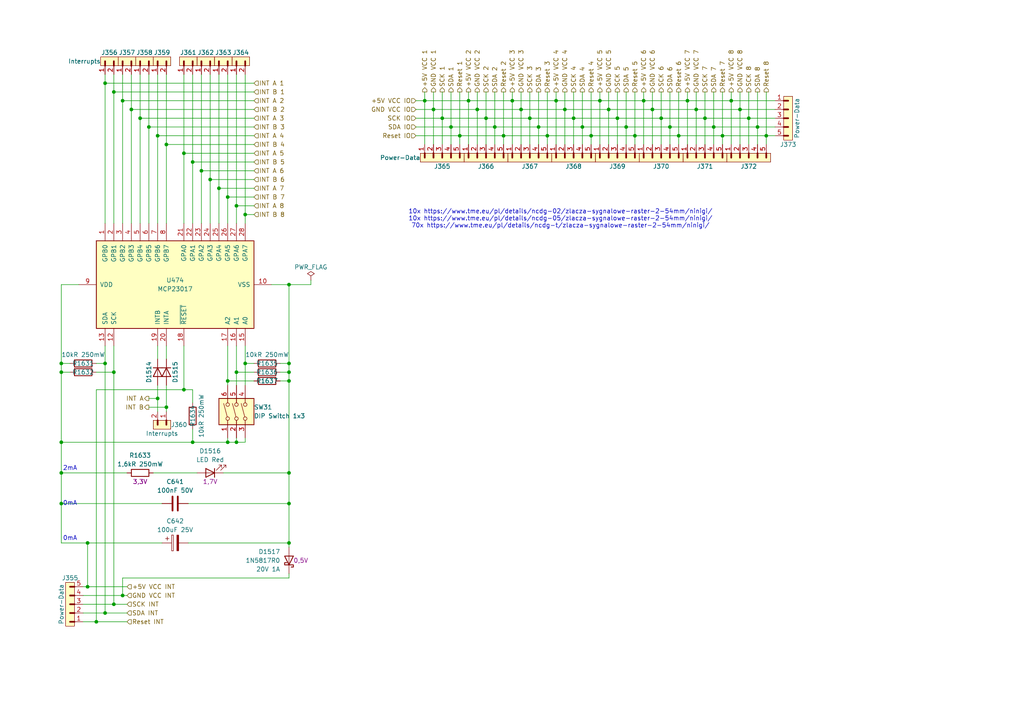
<source format=kicad_sch>
(kicad_sch (version 20231120) (generator "eeschema") (generator_version "8.0")
  (paper "A4")
  (lib_symbols
    (symbol "Device:C" (pin_numbers hide) (pin_names (offset 0.254))
      (property "Reference" "C" (at 0.635 2.54 0))
      (property "Value" "C" (at 0.635 -2.54 0))
      (symbol "C_1_1"
        (pin passive line (at 0 3.81 270) (length 2.794) (name "~") (number "1"))
        (pin passive line (at 0 -3.81 90) (length 2.794) (name "~") (number "2"))
      )
    )
    (symbol "Device:C_Polarized" (pin_numbers hide) (pin_names (offset 0.254))
      (property "Reference" "C" (at 0.635 2.54 0))
      (property "Value" "C_Polarized" (at 0.635 -2.54 0))
      (symbol "C_Polarized_1_1"
        (pin passive line (at 0 3.81 270) (length 2.794) (name "~") (number "1"))
        (pin passive line (at 0 -3.81 90) (length 2.794) (name "~") (number "2"))
      )
    )
    (symbol "Device:LED" (pin_numbers hide) (pin_names (offset 1.016) hide)
      (property "Reference" "D" (at 0 2.54 0))
      (property "Value" "LED" (at 0 -2.54 0))
      (symbol "LED_1_1"
        (pin passive line (at -3.81 0 0) (length 2.54) (name "K") (number "1"))
        (pin passive line (at 3.81 0 180) (length 2.54) (name "A") (number "2"))
      )
    )
    (symbol "Device:R" (pin_numbers hide) (pin_names (offset 0))
      (property "Reference" "R" (at 2.032 0 90))
      (property "Value" "R" (at 0 0 90))
      (symbol "R_1_1"
        (pin passive line (at 0 3.81 270) (length 1.27) (name "~") (number "1"))
        (pin passive line (at 0 -3.81 90) (length 1.27) (name "~") (number "2"))
      )
    )
    (symbol "Diode:1N4001" (pin_numbers hide) (pin_names hide)
      (property "Reference" "D" (at 0 2.54 0))
      (property "Value" "1N4001" (at 0 -2.54 0))
      (symbol "1N4001_1_1"
        (pin passive line (at -3.81 0 0) (length 2.54) (name "K") (number "1"))
        (pin passive line (at 3.81 0 180) (length 2.54) (name "A") (number "2"))
      )
    )
    (symbol "Diode:1N5817" (pin_numbers hide) (pin_names (offset 1.016) hide)
      (property "Reference" "D" (at 0 2.54 0))
      (property "Value" "1N5817" (at 0 -2.54 0))
      (symbol "1N5817_1_1"
        (pin passive line (at -3.81 0 0) (length 2.54) (name "K") (number "1"))
        (pin passive line (at 3.81 0 180) (length 2.54) (name "A") (number "2"))
      )
    )
    (symbol "Interface_Expansion:MCP23017_SP" (pin_names (offset 1.016))
      (property "Reference" "U" (at -11.43 24.13 0))
      (property "Value" "MCP23017_SP" (at 0 0 0))
      (symbol "MCP23017_SP_1_1"
        (pin bidirectional line (at 17.78 20.32 180) (length 5.08) (name "GPB0") (number "1"))
        (pin power_in line (at 0 -27.94 90) (length 5.08) (name "VSS") (number "10"))
        (pin no_connect line (at -12.7 15.24 0) (length 5.08) hide (name "NC") (number "11"))
        (pin input line (at -17.78 17.78 0) (length 5.08) (name "SCK") (number "12"))
        (pin bidirectional line (at -17.78 20.32 0) (length 5.08) (name "SDA") (number "13"))
        (pin no_connect line (at -12.7 12.7 0) (length 5.08) hide (name "NC") (number "14"))
        (pin input line (at -17.78 -20.32 0) (length 5.08) (name "A0") (number "15"))
        (pin input line (at -17.78 -17.78 0) (length 5.08) (name "A1") (number "16"))
        (pin input line (at -17.78 -15.24 0) (length 5.08) (name "A2") (number "17"))
        (pin input line (at -17.78 -2.54 0) (length 5.08) (name "~{RESET}") (number "18"))
        (pin tri_state line (at -17.78 5.08 0) (length 5.08) (name "INTB") (number "19"))
        (pin bidirectional line (at 17.78 17.78 180) (length 5.08) (name "GPB1") (number "2"))
        (pin tri_state line (at -17.78 2.54 0) (length 5.08) (name "INTA") (number "20"))
        (pin bidirectional line (at 17.78 -2.54 180) (length 5.08) (name "GPA0") (number "21"))
        (pin bidirectional line (at 17.78 -5.08 180) (length 5.08) (name "GPA1") (number "22"))
        (pin bidirectional line (at 17.78 -7.62 180) (length 5.08) (name "GPA2") (number "23"))
        (pin bidirectional line (at 17.78 -10.16 180) (length 5.08) (name "GPA3") (number "24"))
        (pin bidirectional line (at 17.78 -12.7 180) (length 5.08) (name "GPA4") (number "25"))
        (pin bidirectional line (at 17.78 -15.24 180) (length 5.08) (name "GPA5") (number "26"))
        (pin bidirectional line (at 17.78 -17.78 180) (length 5.08) (name "GPA6") (number "27"))
        (pin bidirectional line (at 17.78 -20.32 180) (length 5.08) (name "GPA7") (number "28"))
        (pin bidirectional line (at 17.78 15.24 180) (length 5.08) (name "GPB2") (number "3"))
        (pin bidirectional line (at 17.78 12.7 180) (length 5.08) (name "GPB3") (number "4"))
        (pin bidirectional line (at 17.78 10.16 180) (length 5.08) (name "GPB4") (number "5"))
        (pin bidirectional line (at 17.78 7.62 180) (length 5.08) (name "GPB5") (number "6"))
        (pin bidirectional line (at 17.78 5.08 180) (length 5.08) (name "GPB6") (number "7"))
        (pin bidirectional line (at 17.78 2.54 180) (length 5.08) (name "GPB7") (number "8"))
        (pin power_in line (at 0 27.94 270) (length 5.08) (name "VDD") (number "9"))
      )
    )
    (symbol "PCM_SL_Pin_Headers:PINHD_1x2_Male"
      (property "Reference" "J" (at 0 6.35 0))
      (property "Value" "PINHD_1x2_Male" (at 0 3.81 0))
      (symbol "PINHD_1x2_Male_1_1"
        (pin passive line (at -3.81 1.27 0) (length 2.54) (name "") (number "1"))
        (pin passive line (at -3.81 -1.27 0) (length 2.54) (name "") (number "2"))
      )
    )
    (symbol "PCM_SL_Pin_Headers:PINHD_1x5_Male"
      (property "Reference" "J" (at 0 10.16 0))
      (property "Value" "PINHD_1x5_Male" (at 0 7.62 0))
      (symbol "PINHD_1x5_Male_1_1"
        (pin passive line (at -3.81 5.08 0) (length 2.54) (name "") (number "1"))
        (pin passive line (at -3.81 2.54 0) (length 2.54) (name "") (number "2"))
        (pin passive line (at -3.81 0 0) (length 2.54) (name "") (number "3"))
        (pin passive line (at -3.81 -2.54 0) (length 2.54) (name "") (number "4"))
        (pin passive line (at -3.81 -5.08 0) (length 2.54) (name "") (number "5"))
      )
    )
    (symbol "Switch:SW_DIP_x03" (pin_names (offset 0) hide)
      (property "Reference" "SW" (at 0 6.35 0))
      (property "Value" "SW_DIP_x03" (at 0 -6.35 0))
      (symbol "SW_DIP_x03_1_1"
        (pin passive line (at -7.62 2.54 0) (length 5.08) (name "~") (number "1"))
        (pin passive line (at -7.62 0 0) (length 5.08) (name "~") (number "2"))
        (pin passive line (at -7.62 -2.54 0) (length 5.08) (name "~") (number "3"))
        (pin passive line (at 7.62 -2.54 180) (length 5.08) (name "~") (number "4"))
        (pin passive line (at 7.62 0 180) (length 5.08) (name "~") (number "5"))
        (pin passive line (at 7.62 2.54 180) (length 5.08) (name "~") (number "6"))
      )
    )
    (symbol "power:PWR_FLAG" (power) (pin_numbers hide) (pin_names (offset 0) hide)
      (property "Value" "PWR_FLAG" (at 0 3.81 0))
      (symbol "PWR_FLAG_0_0"
        (pin power_out line (at 0 0 90) (length 0) (name "~") (number "1"))
      )
    )
  )
  (junction (at 133.35 39.37))
  (junction (at 128.27 34.29))
  (junction (at 68.58 128.27))
  (junction (at 148.59 29.21))
  (junction (at 17.78 105.41))
  (junction (at 35.56 172.72))
  (junction (at 17.78 137.16))
  (junction (at 186.69 29.21))
  (junction (at 33.02 107.95))
  (junction (at 83.82 137.16))
  (junction (at 207.01 36.83))
  (junction (at 212.09 29.21))
  (junction (at 71.12 62.23))
  (junction (at 48.26 41.91))
  (junction (at 66.04 110.49))
  (junction (at 45.72 39.37))
  (junction (at 83.82 157.48))
  (junction (at 130.81 36.83))
  (junction (at 217.17 34.29))
  (junction (at 201.93 31.75))
  (junction (at 30.48 177.8))
  (junction (at 163.83 31.75))
  (junction (at 40.64 34.29))
  (junction (at 83.82 110.49))
  (junction (at 58.42 49.53))
  (junction (at 161.29 29.21))
  (junction (at 35.56 29.21))
  (junction (at 53.34 113.03))
  (junction (at 17.78 128.27))
  (junction (at 71.12 105.41))
  (junction (at 45.72 115.57))
  (junction (at 25.4 157.48))
  (junction (at 17.78 146.05))
  (junction (at 68.58 59.69))
  (junction (at 63.5 54.61))
  (junction (at 143.51 36.83))
  (junction (at 66.04 128.27))
  (junction (at 222.25 39.37))
  (junction (at 171.45 39.37))
  (junction (at 199.39 29.21))
  (junction (at 66.04 57.15))
  (junction (at 55.88 128.27))
  (junction (at 204.47 34.29))
  (junction (at 83.82 82.55))
  (junction (at 166.37 34.29))
  (junction (at 38.1 31.75))
  (junction (at 123.19 29.21))
  (junction (at 43.18 36.83))
  (junction (at 156.21 36.83))
  (junction (at 17.78 107.95))
  (junction (at 30.48 24.13))
  (junction (at 181.61 36.83))
  (junction (at 60.96 52.07))
  (junction (at 48.26 118.11))
  (junction (at 158.75 39.37))
  (junction (at 55.88 46.99))
  (junction (at 125.73 31.75))
  (junction (at 135.89 29.21))
  (junction (at 140.97 34.29))
  (junction (at 53.34 44.45))
  (junction (at 173.99 29.21))
  (junction (at 146.05 39.37))
  (junction (at 30.48 105.41))
  (junction (at 179.07 34.29))
  (junction (at 168.91 36.83))
  (junction (at 194.31 36.83))
  (junction (at 83.82 105.41))
  (junction (at 214.63 31.75))
  (junction (at 184.15 39.37))
  (junction (at 83.82 146.05))
  (junction (at 68.58 107.95))
  (junction (at 151.13 31.75))
  (junction (at 209.55 39.37))
  (junction (at 27.94 180.34))
  (junction (at 191.77 34.29))
  (junction (at 189.23 31.75))
  (junction (at 33.02 175.26))
  (junction (at 219.71 36.83))
  (junction (at 196.85 39.37))
  (junction (at 25.4 170.18))
  (junction (at 33.02 26.67))
  (junction (at 153.67 34.29))
  (junction (at 138.43 31.75))
  (junction (at 83.82 107.95))
  (junction (at 176.53 31.75))
  (wire (pts (xy 209.55 39.37) (xy 209.55 41.91)))
  (wire (pts (xy 81.28 105.41) (xy 83.82 105.41)))
  (wire (pts (xy 184.15 26.67) (xy 184.15 39.37)))
  (wire (pts (xy 138.43 31.75) (xy 138.43 41.91)))
  (wire (pts (xy 219.71 26.67) (xy 219.71 36.83)))
  (wire (pts (xy 64.77 137.16) (xy 83.82 137.16)))
  (wire (pts (xy 161.29 26.67) (xy 161.29 29.21)))
  (wire (pts (xy 71.12 127) (xy 71.12 128.27)))
  (wire (pts (xy 204.47 34.29) (xy 217.17 34.29)))
  (wire (pts (xy 27.94 113.03) (xy 53.34 113.03)))
  (wire (pts (xy 148.59 29.21) (xy 161.29 29.21)))
  (wire (pts (xy 179.07 26.67) (xy 179.07 34.29)))
  (wire (pts (xy 204.47 26.67) (xy 204.47 34.29)))
  (wire (pts (xy 71.12 62.23) (xy 71.12 64.77)))
  (wire (pts (xy 156.21 26.67) (xy 156.21 36.83)))
  (wire (pts (xy 68.58 107.95) (xy 68.58 111.76)))
  (wire (pts (xy 217.17 26.67) (xy 217.17 34.29)))
  (wire (pts (xy 33.02 21.59) (xy 33.02 26.67)))
  (wire (pts (xy 66.04 128.27) (xy 68.58 128.27)))
  (wire (pts (xy 71.12 100.33) (xy 71.12 105.41)))
  (wire (pts (xy 143.51 36.83) (xy 156.21 36.83)))
  (wire (pts (xy 83.82 110.49) (xy 83.82 107.95)))
  (wire (pts (xy 189.23 31.75) (xy 189.23 41.91)))
  (wire (pts (xy 24.13 170.18) (xy 25.4 170.18)))
  (wire (pts (xy 60.96 21.59) (xy 60.96 52.07)))
  (wire (pts (xy 199.39 29.21) (xy 212.09 29.21)))
  (wire (pts (xy 163.83 31.75) (xy 163.83 41.91)))
  (wire (pts (xy 171.45 26.67) (xy 171.45 39.37)))
  (wire (pts (xy 73.66 49.53) (xy 58.42 49.53)))
  (wire (pts (xy 143.51 36.83) (xy 143.51 41.91)))
  (wire (pts (xy 71.12 62.23) (xy 73.66 62.23)))
  (wire (pts (xy 35.56 167.64) (xy 83.82 167.64)))
  (wire (pts (xy 176.53 31.75) (xy 189.23 31.75)))
  (wire (pts (xy 153.67 34.29) (xy 166.37 34.29)))
  (wire (pts (xy 17.78 137.16) (xy 36.83 137.16)))
  (wire (pts (xy 166.37 34.29) (xy 166.37 41.91)))
  (wire (pts (xy 207.01 36.83) (xy 219.71 36.83)))
  (wire (pts (xy 199.39 29.21) (xy 199.39 41.91)))
  (wire (pts (xy 43.18 36.83) (xy 73.66 36.83)))
  (wire (pts (xy 17.78 107.95) (xy 17.78 128.27)))
  (wire (pts (xy 17.78 82.55) (xy 17.78 105.41)))
  (wire (pts (xy 133.35 39.37) (xy 133.35 41.91)))
  (wire (pts (xy 156.21 36.83) (xy 168.91 36.83)))
  (wire (pts (xy 35.56 21.59) (xy 35.56 29.21)))
  (wire (pts (xy 153.67 34.29) (xy 153.67 41.91)))
  (wire (pts (xy 35.56 29.21) (xy 35.56 64.77)))
  (wire (pts (xy 48.26 118.11) (xy 48.26 119.38)))
  (wire (pts (xy 25.4 157.48) (xy 25.4 170.18)))
  (wire (pts (xy 168.91 36.83) (xy 181.61 36.83)))
  (wire (pts (xy 17.78 105.41) (xy 20.32 105.41)))
  (wire (pts (xy 125.73 31.75) (xy 138.43 31.75)))
  (wire (pts (xy 130.81 36.83) (xy 143.51 36.83)))
  (wire (pts (xy 184.15 39.37) (xy 184.15 41.91)))
  (wire (pts (xy 128.27 34.29) (xy 140.97 34.29)))
  (wire (pts (xy 83.82 82.55) (xy 78.74 82.55)))
  (wire (pts (xy 68.58 128.27) (xy 68.58 127)))
  (wire (pts (xy 81.28 110.49) (xy 83.82 110.49)))
  (wire (pts (xy 130.81 26.67) (xy 130.81 36.83)))
  (wire (pts (xy 146.05 26.67) (xy 146.05 39.37)))
  (wire (pts (xy 55.88 113.03) (xy 55.88 116.84)))
  (wire (pts (xy 201.93 31.75) (xy 214.63 31.75)))
  (wire (pts (xy 222.25 39.37) (xy 222.25 41.91)))
  (wire (pts (xy 30.48 105.41) (xy 30.48 177.8)))
  (wire (pts (xy 24.13 177.8) (xy 30.48 177.8)))
  (wire (pts (xy 168.91 36.83) (xy 168.91 41.91)))
  (wire (pts (xy 40.64 34.29) (xy 40.64 64.77)))
  (wire (pts (xy 199.39 26.67) (xy 199.39 29.21)))
  (wire (pts (xy 151.13 31.75) (xy 163.83 31.75)))
  (wire (pts (xy 17.78 82.55) (xy 22.86 82.55)))
  (wire (pts (xy 120.65 39.37) (xy 133.35 39.37)))
  (wire (pts (xy 30.48 24.13) (xy 30.48 64.77)))
  (wire (pts (xy 217.17 34.29) (xy 224.79 34.29)))
  (wire (pts (xy 189.23 26.67) (xy 189.23 31.75)))
  (wire (pts (xy 120.65 29.21) (xy 123.19 29.21)))
  (wire (pts (xy 48.26 41.91) (xy 73.66 41.91)))
  (wire (pts (xy 173.99 26.67) (xy 173.99 29.21)))
  (wire (pts (xy 33.02 107.95) (xy 33.02 100.33)))
  (wire (pts (xy 207.01 26.67) (xy 207.01 36.83)))
  (wire (pts (xy 222.25 26.67) (xy 222.25 39.37)))
  (wire (pts (xy 33.02 175.26) (xy 36.83 175.26)))
  (wire (pts (xy 17.78 146.05) (xy 46.99 146.05)))
  (wire (pts (xy 128.27 34.29) (xy 128.27 41.91)))
  (wire (pts (xy 173.99 29.21) (xy 173.99 41.91)))
  (wire (pts (xy 171.45 39.37) (xy 184.15 39.37)))
  (wire (pts (xy 83.82 110.49) (xy 83.82 137.16)))
  (wire (pts (xy 66.04 57.15) (xy 66.04 64.77)))
  (wire (pts (xy 43.18 21.59) (xy 43.18 36.83)))
  (wire (pts (xy 66.04 110.49) (xy 66.04 111.76)))
  (wire (pts (xy 48.26 41.91) (xy 48.26 64.77)))
  (wire (pts (xy 194.31 36.83) (xy 194.31 41.91)))
  (wire (pts (xy 133.35 39.37) (xy 146.05 39.37)))
  (wire (pts (xy 55.88 46.99) (xy 73.66 46.99)))
  (wire (pts (xy 125.73 31.75) (xy 125.73 41.91)))
  (wire (pts (xy 33.02 107.95) (xy 33.02 175.26)))
  (wire (pts (xy 68.58 128.27) (xy 71.12 128.27)))
  (wire (pts (xy 123.19 29.21) (xy 123.19 41.91)))
  (wire (pts (xy 81.28 107.95) (xy 83.82 107.95)))
  (wire (pts (xy 186.69 29.21) (xy 186.69 41.91)))
  (wire (pts (xy 48.26 21.59) (xy 48.26 41.91)))
  (wire (pts (xy 181.61 26.67) (xy 181.61 36.83)))
  (wire (pts (xy 24.13 175.26) (xy 33.02 175.26)))
  (wire (pts (xy 68.58 59.69) (xy 68.58 64.77)))
  (wire (pts (xy 196.85 39.37) (xy 196.85 41.91)))
  (wire (pts (xy 186.69 29.21) (xy 199.39 29.21)))
  (wire (pts (xy 219.71 36.83) (xy 219.71 41.91)))
  (wire (pts (xy 71.12 105.41) (xy 71.12 111.76)))
  (wire (pts (xy 55.88 124.46) (xy 55.88 128.27)))
  (wire (pts (xy 43.18 36.83) (xy 43.18 64.77)))
  (wire (pts (xy 17.78 146.05) (xy 17.78 157.48)))
  (wire (pts (xy 66.04 21.59) (xy 66.04 57.15)))
  (wire (pts (xy 24.13 180.34) (xy 27.94 180.34)))
  (wire (pts (xy 140.97 34.29) (xy 140.97 41.91)))
  (wire (pts (xy 207.01 36.83) (xy 207.01 41.91)))
  (wire (pts (xy 158.75 39.37) (xy 158.75 41.91)))
  (wire (pts (xy 212.09 29.21) (xy 212.09 41.91)))
  (wire (pts (xy 17.78 146.05) (xy 17.78 137.16)))
  (wire (pts (xy 66.04 57.15) (xy 73.66 57.15)))
  (wire (pts (xy 186.69 26.67) (xy 186.69 29.21)))
  (wire (pts (xy 123.19 26.67) (xy 123.19 29.21)))
  (wire (pts (xy 83.82 82.55) (xy 83.82 105.41)))
  (wire (pts (xy 55.88 113.03) (xy 53.34 113.03)))
  (wire (pts (xy 212.09 26.67) (xy 212.09 29.21)))
  (wire (pts (xy 83.82 146.05) (xy 83.82 157.48)))
  (wire (pts (xy 179.07 34.29) (xy 179.07 41.91)))
  (wire (pts (xy 83.82 158.75) (xy 83.82 157.48)))
  (wire (pts (xy 43.18 118.11) (xy 48.26 118.11)))
  (wire (pts (xy 161.29 29.21) (xy 173.99 29.21)))
  (wire (pts (xy 133.35 26.67) (xy 133.35 39.37)))
  (wire (pts (xy 44.45 137.16) (xy 57.15 137.16)))
  (wire (pts (xy 63.5 54.61) (xy 73.66 54.61)))
  (wire (pts (xy 151.13 31.75) (xy 151.13 41.91)))
  (wire (pts (xy 166.37 26.67) (xy 166.37 34.29)))
  (wire (pts (xy 35.56 172.72) (xy 36.83 172.72)))
  (wire (pts (xy 24.13 172.72) (xy 35.56 172.72)))
  (wire (pts (xy 148.59 29.21) (xy 148.59 41.91)))
  (wire (pts (xy 53.34 21.59) (xy 53.34 44.45)))
  (wire (pts (xy 63.5 54.61) (xy 63.5 64.77)))
  (wire (pts (xy 53.34 44.45) (xy 53.34 64.77)))
  (wire (pts (xy 58.42 49.53) (xy 58.42 64.77)))
  (wire (pts (xy 33.02 26.67) (xy 73.66 26.67)))
  (wire (pts (xy 148.59 26.67) (xy 148.59 29.21)))
  (wire (pts (xy 63.5 21.59) (xy 63.5 54.61)))
  (wire (pts (xy 40.64 21.59) (xy 40.64 34.29)))
  (wire (pts (xy 179.07 34.29) (xy 191.77 34.29)))
  (wire (pts (xy 30.48 24.13) (xy 73.66 24.13)))
  (wire (pts (xy 54.61 146.05) (xy 83.82 146.05)))
  (wire (pts (xy 135.89 29.21) (xy 148.59 29.21)))
  (wire (pts (xy 181.61 36.83) (xy 194.31 36.83)))
  (wire (pts (xy 120.65 34.29) (xy 128.27 34.29)))
  (wire (pts (xy 123.19 29.21) (xy 135.89 29.21)))
  (wire (pts (xy 151.13 26.67) (xy 151.13 31.75)))
  (wire (pts (xy 163.83 26.67) (xy 163.83 31.75)))
  (wire (pts (xy 25.4 170.18) (xy 36.83 170.18)))
  (wire (pts (xy 17.78 128.27) (xy 17.78 137.16)))
  (wire (pts (xy 214.63 31.75) (xy 214.63 41.91)))
  (wire (pts (xy 83.82 167.64) (xy 83.82 166.37)))
  (wire (pts (xy 196.85 39.37) (xy 209.55 39.37)))
  (wire (pts (xy 168.91 26.67) (xy 168.91 36.83)))
  (wire (pts (xy 191.77 34.29) (xy 191.77 41.91)))
  (wire (pts (xy 181.61 36.83) (xy 181.61 41.91)))
  (wire (pts (xy 176.53 31.75) (xy 176.53 41.91)))
  (wire (pts (xy 27.94 107.95) (xy 33.02 107.95)))
  (wire (pts (xy 83.82 82.55) (xy 90.17 82.55)))
  (wire (pts (xy 90.17 81.28) (xy 90.17 82.55)))
  (wire (pts (xy 17.78 157.48) (xy 25.4 157.48)))
  (wire (pts (xy 212.09 29.21) (xy 224.79 29.21)))
  (wire (pts (xy 214.63 26.67) (xy 214.63 31.75)))
  (wire (pts (xy 27.94 113.03) (xy 27.94 180.34)))
  (wire (pts (xy 48.26 111.76) (xy 48.26 118.11)))
  (wire (pts (xy 53.34 100.33) (xy 53.34 113.03)))
  (wire (pts (xy 120.65 31.75) (xy 125.73 31.75)))
  (wire (pts (xy 214.63 31.75) (xy 224.79 31.75)))
  (wire (pts (xy 138.43 31.75) (xy 151.13 31.75)))
  (wire (pts (xy 173.99 29.21) (xy 186.69 29.21)))
  (wire (pts (xy 140.97 34.29) (xy 153.67 34.29)))
  (wire (pts (xy 125.73 26.67) (xy 125.73 31.75)))
  (wire (pts (xy 60.96 52.07) (xy 73.66 52.07)))
  (wire (pts (xy 217.17 34.29) (xy 217.17 41.91)))
  (wire (pts (xy 184.15 39.37) (xy 196.85 39.37)))
  (wire (pts (xy 209.55 39.37) (xy 222.25 39.37)))
  (wire (pts (xy 66.04 128.27) (xy 66.04 127)))
  (wire (pts (xy 38.1 31.75) (xy 38.1 64.77)))
  (wire (pts (xy 135.89 26.67) (xy 135.89 29.21)))
  (wire (pts (xy 54.61 157.48) (xy 83.82 157.48)))
  (wire (pts (xy 43.18 115.57) (xy 45.72 115.57)))
  (wire (pts (xy 68.58 100.33) (xy 68.58 107.95)))
  (wire (pts (xy 73.66 29.21) (xy 35.56 29.21)))
  (wire (pts (xy 130.81 36.83) (xy 130.81 41.91)))
  (wire (pts (xy 146.05 39.37) (xy 158.75 39.37)))
  (wire (pts (xy 30.48 177.8) (xy 36.83 177.8)))
  (wire (pts (xy 189.23 31.75) (xy 201.93 31.75)))
  (wire (pts (xy 146.05 39.37) (xy 146.05 41.91)))
  (wire (pts (xy 191.77 26.67) (xy 191.77 34.29)))
  (wire (pts (xy 30.48 105.41) (xy 27.94 105.41)))
  (wire (pts (xy 53.34 44.45) (xy 73.66 44.45)))
  (wire (pts (xy 45.72 111.76) (xy 45.72 115.57)))
  (wire (pts (xy 73.66 105.41) (xy 71.12 105.41)))
  (wire (pts (xy 83.82 105.41) (xy 83.82 107.95)))
  (wire (pts (xy 120.65 36.83) (xy 130.81 36.83)))
  (wire (pts (xy 191.77 34.29) (xy 204.47 34.29)))
  (wire (pts (xy 45.72 115.57) (xy 45.72 119.38)))
  (wire (pts (xy 45.72 39.37) (xy 45.72 64.77)))
  (wire (pts (xy 25.4 157.48) (xy 46.99 157.48)))
  (wire (pts (xy 55.88 21.59) (xy 55.88 46.99)))
  (wire (pts (xy 17.78 128.27) (xy 55.88 128.27)))
  (wire (pts (xy 33.02 26.67) (xy 33.02 64.77)))
  (wire (pts (xy 194.31 36.83) (xy 207.01 36.83)))
  (wire (pts (xy 143.51 26.67) (xy 143.51 36.83)))
  (wire (pts (xy 153.67 26.67) (xy 153.67 34.29)))
  (wire (pts (xy 68.58 21.59) (xy 68.58 59.69)))
  (wire (pts (xy 201.93 31.75) (xy 201.93 41.91)))
  (wire (pts (xy 161.29 29.21) (xy 161.29 41.91)))
  (wire (pts (xy 38.1 21.59) (xy 38.1 31.75)))
  (wire (pts (xy 27.94 180.34) (xy 36.83 180.34)))
  (wire (pts (xy 55.88 128.27) (xy 66.04 128.27)))
  (wire (pts (xy 163.83 31.75) (xy 176.53 31.75)))
  (wire (pts (xy 83.82 137.16) (xy 83.82 146.05)))
  (wire (pts (xy 194.31 26.67) (xy 194.31 36.83)))
  (wire (pts (xy 71.12 21.59) (xy 71.12 62.23)))
  (wire (pts (xy 35.56 167.64) (xy 35.56 172.72)))
  (wire (pts (xy 135.89 29.21) (xy 135.89 41.91)))
  (wire (pts (xy 156.21 36.83) (xy 156.21 41.91)))
  (wire (pts (xy 171.45 39.37) (xy 171.45 41.91)))
  (wire (pts (xy 38.1 31.75) (xy 73.66 31.75)))
  (wire (pts (xy 66.04 100.33) (xy 66.04 110.49)))
  (wire (pts (xy 140.97 26.67) (xy 140.97 34.29)))
  (wire (pts (xy 166.37 34.29) (xy 179.07 34.29)))
  (wire (pts (xy 60.96 52.07) (xy 60.96 64.77)))
  (wire (pts (xy 201.93 26.67) (xy 201.93 31.75)))
  (wire (pts (xy 45.72 100.33) (xy 45.72 104.14)))
  (wire (pts (xy 48.26 100.33) (xy 48.26 104.14)))
  (wire (pts (xy 204.47 34.29) (xy 204.47 41.91)))
  (wire (pts (xy 196.85 26.67) (xy 196.85 39.37)))
  (wire (pts (xy 17.78 107.95) (xy 20.32 107.95)))
  (wire (pts (xy 222.25 39.37) (xy 224.79 39.37)))
  (wire (pts (xy 209.55 26.67) (xy 209.55 39.37)))
  (wire (pts (xy 30.48 21.59) (xy 30.48 24.13)))
  (wire (pts (xy 58.42 21.59) (xy 58.42 49.53)))
  (wire (pts (xy 45.72 39.37) (xy 73.66 39.37)))
  (wire (pts (xy 158.75 39.37) (xy 171.45 39.37)))
  (wire (pts (xy 219.71 36.83) (xy 224.79 36.83)))
  (wire (pts (xy 55.88 46.99) (xy 55.88 64.77)))
  (wire (pts (xy 30.48 105.41) (xy 30.48 100.33)))
  (wire (pts (xy 138.43 26.67) (xy 138.43 31.75)))
  (wire (pts (xy 17.78 105.41) (xy 17.78 107.95)))
  (wire (pts (xy 45.72 21.59) (xy 45.72 39.37)))
  (wire (pts (xy 158.75 26.67) (xy 158.75 39.37)))
  (wire (pts (xy 128.27 26.67) (xy 128.27 34.29)))
  (wire (pts (xy 40.64 34.29) (xy 73.66 34.29)))
  (wire (pts (xy 176.53 26.67) (xy 176.53 31.75)))
  (wire (pts (xy 68.58 107.95) (xy 73.66 107.95)))
  (wire (pts (xy 68.58 59.69) (xy 73.66 59.69)))
  (wire (pts (xy 66.04 110.49) (xy 73.66 110.49)))
  (text "0mA" (at 20.32 156.21 0) (effects (font (size 1.27 1.27))))
  (text "2mA" (at 20.32 135.89 0) (effects (font (size 1.27 1.27))))
  (text "10x https://www.tme.eu/pl/details/ncdg-02/zlacza-sygnalowe-raster-2-54mm/ninigi/\n10x https://www.tme.eu/pl/details/ncdg-05/zlacza-sygnalowe-raster-2-54mm/ninigi/\n70x https://www.tme.eu/pl/details/ncdg-t/zlacza-sygnalowe-raster-2-54mm/ninigi/" (at 162.56 63.5 0) (effects (font (size 1.27 1.27))))
  (text "0mA" (at 20.32 146.05 0) (effects (font (size 1.27 1.27))))
  (hierarchical_label "SCK 5" (shape output) (at 179.07 26.67 90))
  (hierarchical_label "INT A" (shape output) (at 43.18 115.57 180))
  (hierarchical_label "+5V VCC 5" (shape output) (at 173.99 26.67 90))
  (hierarchical_label "Reset 1" (shape output) (at 133.35 26.67 90))
  (hierarchical_label "GND VCC 5" (shape output) (at 176.53 26.67 90))
  (hierarchical_label "SCK 6" (shape output) (at 191.77 26.67 90))
  (hierarchical_label "+5V VCC 3" (shape output) (at 148.59 26.67 90))
  (hierarchical_label "+5V VCC 7" (shape output) (at 199.39 26.67 90))
  (hierarchical_label "INT B 4" (shape input) (at 73.66 41.91 0))
  (hierarchical_label "INT B 3" (shape input) (at 73.66 36.83 0))
  (hierarchical_label "SCK 4" (shape output) (at 166.37 26.67 90))
  (hierarchical_label "SCK 3" (shape output) (at 153.67 26.67 90))
  (hierarchical_label "GND VCC IO" (shape input) (at 120.65 31.75 180))
  (hierarchical_label "INT A 7" (shape input) (at 73.66 54.61 0))
  (hierarchical_label "Reset 2" (shape output) (at 146.05 26.67 90))
  (hierarchical_label "SDA 1" (shape output) (at 130.81 26.67 90))
  (hierarchical_label "INT B 7" (shape input) (at 73.66 57.15 0))
  (hierarchical_label "GND VCC 6" (shape output) (at 189.23 26.67 90))
  (hierarchical_label "INT A 8" (shape input) (at 73.66 59.69 0))
  (hierarchical_label "INT A 6" (shape input) (at 73.66 49.53 0))
  (hierarchical_label "GND VCC 1" (shape output) (at 125.73 26.67 90))
  (hierarchical_label "GND VCC INT" (shape input) (at 36.83 172.72 0))
  (hierarchical_label "Reset 5" (shape output) (at 184.15 26.67 90))
  (hierarchical_label "INT B" (shape output) (at 43.18 118.11 180))
  (hierarchical_label "SCK 8" (shape output) (at 217.17 26.67 90))
  (hierarchical_label "INT A 1" (shape input) (at 73.66 24.13 0))
  (hierarchical_label "INT B 6" (shape input) (at 73.66 52.07 0))
  (hierarchical_label "SCK INT" (shape input) (at 36.83 175.26 0))
  (hierarchical_label "SDA 3" (shape output) (at 156.21 26.67 90))
  (hierarchical_label "Reset 7" (shape output) (at 209.55 26.67 90))
  (hierarchical_label "SDA 6" (shape output) (at 194.31 26.67 90))
  (hierarchical_label "Reset 3" (shape output) (at 158.75 26.67 90))
  (hierarchical_label "SDA 2" (shape output) (at 143.51 26.67 90))
  (hierarchical_label "+5V VCC 8" (shape output) (at 212.09 26.67 90))
  (hierarchical_label "SDA 5" (shape output) (at 181.61 26.67 90))
  (hierarchical_label "INT B 2" (shape input) (at 73.66 31.75 0))
  (hierarchical_label "SCK 1" (shape output) (at 128.27 26.67 90))
  (hierarchical_label "SDA 4" (shape output) (at 168.91 26.67 90))
  (hierarchical_label "SDA INT" (shape input) (at 36.83 177.8 0))
  (hierarchical_label "SDA 8" (shape output) (at 219.71 26.67 90))
  (hierarchical_label "GND VCC 7" (shape output) (at 201.93 26.67 90))
  (hierarchical_label "Reset 6" (shape output) (at 196.85 26.67 90))
  (hierarchical_label "INT B 8" (shape input) (at 73.66 62.23 0))
  (hierarchical_label "Reset INT" (shape input) (at 36.83 180.34 0))
  (hierarchical_label "Reset 4" (shape output) (at 171.45 26.67 90))
  (hierarchical_label "SDA IO" (shape input) (at 120.65 36.83 180))
  (hierarchical_label "SCK IO" (shape input) (at 120.65 34.29 180))
  (hierarchical_label "INT A 2" (shape input) (at 73.66 29.21 0))
  (hierarchical_label "Reset IO" (shape input) (at 120.65 39.37 180))
  (hierarchical_label "SCK 2" (shape output) (at 140.97 26.67 90))
  (hierarchical_label "Reset 8" (shape output) (at 222.25 26.67 90))
  (hierarchical_label "INT B 1" (shape input) (at 73.66 26.67 0))
  (hierarchical_label "+5V VCC 6" (shape output) (at 186.69 26.67 90))
  (hierarchical_label "INT A 4" (shape input) (at 73.66 39.37 0))
  (hierarchical_label "INT A 3" (shape input) (at 73.66 34.29 0))
  (hierarchical_label "+5V VCC INT" (shape input) (at 36.83 170.18 0))
  (hierarchical_label "+5V VCC IO" (shape input) (at 120.65 29.21 180))
  (hierarchical_label "+5V VCC 2" (shape output) (at 135.89 26.67 90))
  (hierarchical_label "GND VCC 3" (shape output) (at 151.13 26.67 90))
  (hierarchical_label "GND VCC 8" (shape output) (at 214.63 26.67 90))
  (hierarchical_label "GND VCC 2" (shape output) (at 138.43 26.67 90))
  (hierarchical_label "INT A 5" (shape input) (at 73.66 44.45 0))
  (hierarchical_label "+5V VCC 1" (shape output) (at 123.19 26.67 90))
  (hierarchical_label "SDA 7" (shape output) (at 207.01 26.67 90))
  (hierarchical_label "+5V VCC 4" (shape output) (at 161.29 26.67 90))
  (hierarchical_label "SCK 7" (shape output) (at 204.47 26.67 90))
  (hierarchical_label "INT B 5" (shape input) (at 73.66 46.99 0))
  (hierarchical_label "GND VCC 4" (shape output) (at 163.83 26.67 90))
  (symbol (lib_id "PCM_SL_Pin_Headers:PINHD_1x2_Male") (at 46.99 17.78 90) (unit 1) (on_board no)
    (property "Reference" "J359" (at 46.99 15.24 90))
    (property "Value" "INT Pin Header 1x2 Male" (effects (hide yes)))
    (property "Footprint" "Connector_PinHeader_2.54mm:PinHeader_1x02_P2.54mm_Vertical" (effects (hide yes)))
    (property "Datasheet" "https://www.tme.eu/Document/f9d608b97b9d96b2a823a7d0da30e024/NCWD.pdf" (effects (hide yes)))
    (property "Description" "Interrupts" (effects (hide yes)))
    (property "Sklep" "https://www.tme.eu/pl/details/ncdw-02/zlacza-sygnalowe-raster-2-54mm/ninigi/" (effects (hide yes)))
    (property "Model" "NCDW-02" (effects (hide yes)))
    (instances (project "smart_home" (path "" (reference "J359") (unit 1)) (path "" (reference "J378") (unit 1)) (path "" (reference "J397") (unit 1)) (path "" (reference "J416") (unit 1))))
  )
  (symbol (lib_id "PCM_SL_Pin_Headers:PINHD_1x2_Male") (at 41.91 17.78 90) (unit 1) (on_board no)
    (property "Reference" "J358" (at 41.91 15.24 90))
    (property "Value" "INT Pin Header 1x2 Male" (effects (hide yes)))
    (property "Footprint" "Connector_PinHeader_2.54mm:PinHeader_1x02_P2.54mm_Vertical" (effects (hide yes)))
    (property "Datasheet" "https://www.tme.eu/Document/f9d608b97b9d96b2a823a7d0da30e024/NCWD.pdf" (effects (hide yes)))
    (property "Description" "Interrupts" (effects (hide yes)))
    (property "Sklep" "https://www.tme.eu/pl/details/ncdw-02/zlacza-sygnalowe-raster-2-54mm/ninigi/" (effects (hide yes)))
    (property "Model" "NCDW-02" (effects (hide yes)))
    (instances (project "smart_home" (path "" (reference "J358") (unit 1)) (path "" (reference "J377") (unit 1)) (path "" (reference "J396") (unit 1)) (path "" (reference "J415") (unit 1))))
  )
  (symbol (lib_id "PCM_SL_Pin_Headers:PINHD_1x2_Male") (at 46.99 123.19 270) (unit 1) (on_board no)
    (property "Reference" "J360" (at 49.53 123.19 90) (effects (justify left)))
    (property "Value" "INT Pin Header 1x2 Male" (effects (hide yes)))
    (property "Footprint" "Connector_PinHeader_2.54mm:PinHeader_1x02_P2.54mm_Vertical" (effects (hide yes)))
    (property "Datasheet" "https://www.tme.eu/Document/f9d608b97b9d96b2a823a7d0da30e024/NCWD.pdf" (effects (hide yes)))
    (property "Description" "Interrupts" (at 46.99 125.73 90))
    (property "Sklep" "https://www.tme.eu/pl/details/ncdw-02/zlacza-sygnalowe-raster-2-54mm/ninigi/" (effects (hide yes)))
    (property "Model" "NCDW-02" (effects (hide yes)))
    (instances (project "smart_home" (path "" (reference "J360") (unit 1)) (path "" (reference "J379") (unit 1)) (path "" (reference "J398") (unit 1)) (path "" (reference "J417") (unit 1))))
  )
  (symbol (lib_id "Device:R") (at 24.13 105.41 270) (mirror x) (unit 1) (on_board no)
    (property "Reference" "R1631" (at 24.13 105.41 90))
    (property "Value" "10k" (effects (hide yes)))
    (property "Footprint" "Resistor_THT:R_Axial_DIN0204_L3.6mm_D1.6mm_P5.08mm_Horizontal" (effects (hide yes)))
    (property "Datasheet" "https://www.tme.eu/Document/3b68a2c15adddc45017f1757c33e8b45/cf_resistor.pdf" (effects (hide yes)))
    (property "Description" "10kR 250mW" (at 24.13 102.87 90))
    (property "Sklep" "https://www.tme.eu/pl/details/cf1_4ws-10k/rezystory-tht/sr-passives/" (effects (hide yes)))
    (property "Model" "CF1/4WS-10K" (effects (hide yes)))
    (instances (project "smart_home" (path "" (reference "R1631") (unit 1)) (path "" (reference "R1638") (unit 1)) (path "" (reference "R1645") (unit 1)) (path "" (reference "R1652") (unit 1))))
  )
  (symbol (lib_id "Interface_Expansion:MCP23017_SP") (at 50.8 82.55 90) (unit 1) (on_board no)
    (property "Reference" "U474" (at 50.8 81.28 90))
    (property "Value" "MCP23017" (at 50.8 83.82 90))
    (property "Footprint" "Package_DIP:DIP-28_W7.62mm" (effects (hide yes)))
    (property "Datasheet" "https://www.tme.eu/Document/4a5fbc9d683fd19f7c43480a0c75c888/mcp23017.pdf" (effects (hide yes)))
    (property "Description" "16-bit I/O expander, I2C, interrupts, w pull-ups, SPDIP-28" (effects (hide yes)))
    (property "Model" "MCP23017_SP" (effects (hide yes)))
    (property "Sklep" "https://www.tme.eu/pl/details/mcp23017-e_sp/uklady-scalone-interfejsy-pozostale/microchip-technology/" (effects (hide yes)))
    (instances (project "smart_home" (path "" (reference "U474") (unit 1)) (path "" (reference "U475") (unit 1)) (path "" (reference "U476") (unit 1)) (path "" (reference "U477") (unit 1))))
  )
  (symbol (lib_id "Diode:1N4001") (at 45.72 107.95 270) (unit 1) (on_board no)
    (property "Reference" "D1514" (at 43.18 107.95 0))
    (property "Value" "1.1" (effects (hide yes)))
    (property "Footprint" "Diode_THT:D_DO-35_SOD27_P7.62mm_Horizontal" (effects (hide yes)))
    (property "Datasheet" "https://www.tme.eu/Document/c6f6445616a0da67965224a113dd79b5/1n4148.pdf" (effects (hide yes)))
    (property "Description" "1N4148" (effects (hide yes)))
    (property "Model" "1N4148" (effects (hide yes)))
    (property "Sklep" "https://www.tme.eu/pl/details/1n4148-dio/diody-uniwersalne-tht/diotec-semiconductor/1n4148/" (effects (hide yes)))
    (instances (project "smart_home" (path "" (reference "D1514") (unit 1)) (path "" (reference "D1518") (unit 1)) (path "" (reference "D1522") (unit 1)) (path "" (reference "D1526") (unit 1))))
  )
  (symbol (lib_id "PCM_SL_Pin_Headers:PINHD_1x5_Male") (at 191.77 45.72 90) (mirror x) (unit 1) (on_board no)
    (property "Reference" "J370" (at 191.77 48.26 90))
    (property "Value" "Pin Header 1x5 Male" (effects (hide yes)))
    (property "Footprint" "Connector_PinHeader_2.54mm:PinHeader_1x05_P2.54mm_Vertical" (effects (hide yes)))
    (property "Datasheet" "https://www.tme.eu/Document/f9d608b97b9d96b2a823a7d0da30e024/NCWD.pdf" (effects (hide yes)))
    (property "Description" "Power-Data" (effects (hide yes)))
    (property "Sklep" "https://www.tme.eu/pl/details/ncdw-05/zlacza-sygnalowe-raster-2-54mm/ninigi/" (effects (hide yes)))
    (property "Model" "NCDW-05" (effects (hide yes)))
    (instances (project "smart_home" (path "" (reference "J370") (unit 1)) (path "" (reference "J389") (unit 1)) (path "" (reference "J408") (unit 1)) (path "" (reference "J427") (unit 1))))
  )
  (symbol (lib_id "Device:R") (at 77.47 110.49 270) (mirror x) (unit 1) (on_board no)
    (property "Reference" "R1637" (at 77.47 110.49 90))
    (property "Value" "10k" (effects (hide yes)))
    (property "Footprint" "Resistor_THT:R_Axial_DIN0204_L3.6mm_D1.6mm_P5.08mm_Horizontal" (effects (hide yes)))
    (property "Datasheet" "https://www.tme.eu/Document/3b68a2c15adddc45017f1757c33e8b45/cf_resistor.pdf" (effects (hide yes)))
    (property "Description" "10kR 250mW" (effects (hide yes)))
    (property "Sklep" "https://www.tme.eu/pl/details/cf1_4ws-10k/rezystory-tht/sr-passives/" (effects (hide yes)))
    (property "Model" "CF1/4WS-10K" (effects (hide yes)))
    (instances (project "smart_home" (path "" (reference "R1637") (unit 1)) (path "" (reference "R1644") (unit 1)) (path "" (reference "R1651") (unit 1)) (path "" (reference "R1658") (unit 1))))
  )
  (symbol (lib_id "PCM_SL_Pin_Headers:PINHD_1x2_Male") (at 69.85 17.78 90) (unit 1) (on_board no)
    (property "Reference" "J364" (at 69.85 15.24 90))
    (property "Value" "INT Pin Header 1x2 Male" (effects (hide yes)))
    (property "Footprint" "Connector_PinHeader_2.54mm:PinHeader_1x02_P2.54mm_Vertical" (effects (hide yes)))
    (property "Datasheet" "https://www.tme.eu/Document/f9d608b97b9d96b2a823a7d0da30e024/NCWD.pdf" (effects (hide yes)))
    (property "Description" "Interrupts" (effects (hide yes)))
    (property "Sklep" "https://www.tme.eu/pl/details/ncdw-02/zlacza-sygnalowe-raster-2-54mm/ninigi/" (effects (hide yes)))
    (property "Model" "NCDW-02" (effects (hide yes)))
    (instances (project "smart_home" (path "" (reference "J364") (unit 1)) (path "" (reference "J383") (unit 1)) (path "" (reference "J402") (unit 1)) (path "" (reference "J421") (unit 1))))
  )
  (symbol (lib_id "PCM_SL_Pin_Headers:PINHD_1x5_Male") (at 228.6 34.29 0) (unit 1) (on_board no)
    (property "Reference" "J373" (at 228.6 41.91 0))
    (property "Value" "Pin Header 1x5 Male" (effects (hide yes)))
    (property "Footprint" "Connector_PinHeader_2.54mm:PinHeader_1x05_P2.54mm_Vertical" (effects (hide yes)))
    (property "Datasheet" "https://www.tme.eu/Document/f9d608b97b9d96b2a823a7d0da30e024/NCWD.pdf" (effects (hide yes)))
    (property "Description" "Power-Data" (at 231.14 34.29 90))
    (property "Sklep" "https://www.tme.eu/pl/details/ncdw-05/zlacza-sygnalowe-raster-2-54mm/ninigi/" (effects (hide yes)))
    (property "Model" "NCDW-05" (effects (hide yes)))
    (instances (project "smart_home" (path "" (reference "J373") (unit 1)) (path "" (reference "J392") (unit 1)) (path "" (reference "J411") (unit 1)) (path "" (reference "J430") (unit 1))))
  )
  (symbol (lib_id "PCM_SL_Pin_Headers:PINHD_1x5_Male") (at 153.67 45.72 90) (mirror x) (unit 1) (on_board no)
    (property "Reference" "J367" (at 153.67 48.26 90))
    (property "Value" "Pin Header 1x5 Male" (effects (hide yes)))
    (property "Footprint" "Connector_PinHeader_2.54mm:PinHeader_1x05_P2.54mm_Vertical" (effects (hide yes)))
    (property "Datasheet" "https://www.tme.eu/Document/f9d608b97b9d96b2a823a7d0da30e024/NCWD.pdf" (effects (hide yes)))
    (property "Description" "Power-Data" (effects (hide yes)))
    (property "Sklep" "https://www.tme.eu/pl/details/ncdw-05/zlacza-sygnalowe-raster-2-54mm/ninigi/" (effects (hide yes)))
    (property "Model" "NCDW-05" (effects (hide yes)))
    (instances (project "smart_home" (path "" (reference "J367") (unit 1)) (path "" (reference "J386") (unit 1)) (path "" (reference "J405") (unit 1)) (path "" (reference "J424") (unit 1))))
  )
  (symbol (lib_id "Device:C_Polarized") (at 50.8 157.48 90) (mirror x) (unit 1) (on_board no)
    (property "Reference" "C642" (at 50.8 151.13 90))
    (property "Value" "100u" (effects (hide yes)))
    (property "Footprint" "Capacitor_THT:CP_Radial_D6.3mm_P2.50mm" (effects (hide yes)))
    (property "Datasheet" "https://www.tme.eu/Document/b444ee8e17ff8a581790e632c20227ec/ELITE-PF.pdf" (effects (hide yes)))
    (property "Description" "100uF 25V" (at 50.8 153.67 90))
    (property "Sklep" "https://www.tme.eu/pl/details/pf1e101mnn6311u/kondensatory-elektrolityczne-tht/elite/" (effects (hide yes)))
    (property "Model" " PF1E101MNN6311U" (effects (hide yes)))
    (instances (project "smart_home" (path "" (reference "C642") (unit 1)) (path "" (reference "C644") (unit 1)) (path "" (reference "C646") (unit 1)) (path "" (reference "C648") (unit 1))))
  )
  (symbol (lib_id "Device:R") (at 24.13 107.95 270) (mirror x) (unit 1) (on_board no)
    (property "Reference" "R1632" (at 24.13 107.95 90))
    (property "Value" "10k" (effects (hide yes)))
    (property "Footprint" "Resistor_THT:R_Axial_DIN0204_L3.6mm_D1.6mm_P5.08mm_Horizontal" (effects (hide yes)))
    (property "Datasheet" "https://www.tme.eu/Document/3b68a2c15adddc45017f1757c33e8b45/cf_resistor.pdf" (effects (hide yes)))
    (property "Description" "10kR 250mW" (effects (hide yes)))
    (property "Sklep" "https://www.tme.eu/pl/details/cf1_4ws-10k/rezystory-tht/sr-passives/" (effects (hide yes)))
    (property "Model" "CF1/4WS-10K" (effects (hide yes)))
    (instances (project "smart_home" (path "" (reference "R1632") (unit 1)) (path "" (reference "R1639") (unit 1)) (path "" (reference "R1646") (unit 1)) (path "" (reference "R1653") (unit 1))))
  )
  (symbol (lib_id "Device:C") (at 50.8 146.05 270) (mirror x) (unit 1) (on_board no)
    (property "Reference" "C641" (at 50.8 139.7 90))
    (property "Value" "100n" (effects (hide yes)))
    (property "Footprint" "Capacitor_THT:C_Disc_D3.0mm_W1.6mm_P2.50mm" (effects (hide yes)))
    (property "Datasheet" "https://www.tme.eu/Document/e69911e065ed5e1d0ce354af6c563ca3/CC-4.7.pdf" (effects (hide yes)))
    (property "Description" "100nF 50V" (at 50.8 142.24 90))
    (property "Sklep" "https://www.tme.eu/pl/details/cc-100n/kondensatory-ceramiczne-tht/sr-passives/" (effects (hide yes)))
    (property "Model" "CC100N" (effects (hide yes)))
    (instances (project "smart_home" (path "" (reference "C641") (unit 1)) (path "" (reference "C643") (unit 1)) (path "" (reference "C645") (unit 1)) (path "" (reference "C647") (unit 1))))
  )
  (symbol (lib_id "PCM_SL_Pin_Headers:PINHD_1x2_Male") (at 31.75 17.78 90) (unit 1) (on_board no)
    (property "Reference" "J356" (at 31.75 15.24 90))
    (property "Value" "INT Pin Header 1x2 Male" (effects (hide yes)))
    (property "Footprint" "Connector_PinHeader_2.54mm:PinHeader_1x02_P2.54mm_Vertical" (effects (hide yes)))
    (property "Datasheet" "https://www.tme.eu/Document/f9d608b97b9d96b2a823a7d0da30e024/NCWD.pdf" (effects (hide yes)))
    (property "Description" "Interrupts" (at 29.21 17.78 90) (effects (justify left)))
    (property "Sklep" "https://www.tme.eu/pl/details/ncdw-02/zlacza-sygnalowe-raster-2-54mm/ninigi/" (effects (hide yes)))
    (property "Model" "NCDW-02" (effects (hide yes)))
    (instances (project "smart_home" (path "" (reference "J356") (unit 1)) (path "" (reference "J375") (unit 1)) (path "" (reference "J394") (unit 1)) (path "" (reference "J413") (unit 1))))
  )
  (symbol (lib_id "Diode:1N4001") (at 48.26 107.95 270) (unit 1) (on_board no)
    (property "Reference" "D1515" (at 50.8 107.95 0))
    (property "Value" "1.1" (effects (hide yes)))
    (property "Footprint" "Diode_THT:D_DO-35_SOD27_P7.62mm_Horizontal" (effects (hide yes)))
    (property "Datasheet" "https://www.tme.eu/Document/c6f6445616a0da67965224a113dd79b5/1n4148.pdf" (effects (hide yes)))
    (property "Description" "1N4148" (effects (hide yes)))
    (property "Model" "1N4148" (effects (hide yes)))
    (property "Sklep" "https://www.tme.eu/pl/details/1n4148-dio/diody-uniwersalne-tht/diotec-semiconductor/1n4148/" (effects (hide yes)))
    (instances (project "smart_home" (path "" (reference "D1515") (unit 1)) (path "" (reference "D1519") (unit 1)) (path "" (reference "D1523") (unit 1)) (path "" (reference "D1527") (unit 1))))
  )
  (symbol (lib_id "PCM_SL_Pin_Headers:PINHD_1x5_Male") (at 166.37 45.72 90) (mirror x) (unit 1) (on_board no)
    (property "Reference" "J368" (at 166.37 48.26 90))
    (property "Value" "Pin Header 1x5 Male" (effects (hide yes)))
    (property "Footprint" "Connector_PinHeader_2.54mm:PinHeader_1x05_P2.54mm_Vertical" (effects (hide yes)))
    (property "Datasheet" "https://www.tme.eu/Document/f9d608b97b9d96b2a823a7d0da30e024/NCWD.pdf" (effects (hide yes)))
    (property "Description" "Power-Data" (effects (hide yes)))
    (property "Sklep" "https://www.tme.eu/pl/details/ncdw-05/zlacza-sygnalowe-raster-2-54mm/ninigi/" (effects (hide yes)))
    (property "Model" "NCDW-05" (effects (hide yes)))
    (instances (project "smart_home" (path "" (reference "J368") (unit 1)) (path "" (reference "J387") (unit 1)) (path "" (reference "J406") (unit 1)) (path "" (reference "J425") (unit 1))))
  )
  (symbol (lib_id "Device:R") (at 77.47 107.95 270) (mirror x) (unit 1) (on_board no)
    (property "Reference" "R1636" (at 77.47 107.95 90))
    (property "Value" "10k" (effects (hide yes)))
    (property "Footprint" "Resistor_THT:R_Axial_DIN0204_L3.6mm_D1.6mm_P5.08mm_Horizontal" (effects (hide yes)))
    (property "Datasheet" "https://www.tme.eu/Document/3b68a2c15adddc45017f1757c33e8b45/cf_resistor.pdf" (effects (hide yes)))
    (property "Description" "10kR 250mW" (effects (hide yes)))
    (property "Sklep" "https://www.tme.eu/pl/details/cf1_4ws-10k/rezystory-tht/sr-passives/" (effects (hide yes)))
    (property "Model" "CF1/4WS-10K" (effects (hide yes)))
    (instances (project "smart_home" (path "" (reference "R1636") (unit 1)) (path "" (reference "R1643") (unit 1)) (path "" (reference "R1650") (unit 1)) (path "" (reference "R1657") (unit 1))))
  )
  (symbol (lib_id "PCM_SL_Pin_Headers:PINHD_1x5_Male") (at 140.97 45.72 90) (mirror x) (unit 1) (on_board no)
    (property "Reference" "J366" (at 140.97 48.26 90))
    (property "Value" "Pin Header 1x5 Male" (effects (hide yes)))
    (property "Footprint" "Connector_PinHeader_2.54mm:PinHeader_1x05_P2.54mm_Vertical" (effects (hide yes)))
    (property "Datasheet" "https://www.tme.eu/Document/f9d608b97b9d96b2a823a7d0da30e024/NCWD.pdf" (effects (hide yes)))
    (property "Description" "Power-Data" (effects (hide yes)))
    (property "Sklep" "https://www.tme.eu/pl/details/ncdw-05/zlacza-sygnalowe-raster-2-54mm/ninigi/" (effects (hide yes)))
    (property "Model" "NCDW-05" (effects (hide yes)))
    (instances (project "smart_home" (path "" (reference "J366") (unit 1)) (path "" (reference "J385") (unit 1)) (path "" (reference "J404") (unit 1)) (path "" (reference "J423") (unit 1))))
  )
  (symbol (lib_id "Device:LED") (at 60.96 137.16 180) (unit 1) (on_board no)
    (property "Reference" "D1516" (at 60.96 130.81 0))
    (property "Value" "2,0" (effects (hide yes)))
    (property "Footprint" "LED_THT:LED_D3.0mm" (effects (hide yes)))
    (property "Datasheet" "https://www.alldatasheet.com/datasheet-pdf/pdf/572774/LITEON/LTL-4221NLC.html" (effects (hide yes)))
    (property "Description" "LED Red" (at 60.96 133.35 0))
    (property "Sklep" "https://www.tme.eu/pl/details/ltl-4221nlc/diody-led-tht-okragle/liteon/" (effects (hide yes)))
    (property "Vdrop" "1,7V" (at 60.96 139.7 0))
    (property "Model" "LTL-4221NLC" (effects (hide yes)))
    (instances (project "smart_home" (path "" (reference "D1516") (unit 1)) (path "" (reference "D1520") (unit 1)) (path "" (reference "D1524") (unit 1)) (path "" (reference "D1528") (unit 1))))
  )
  (symbol (lib_id "power:PWR_FLAG") (at 90.17 81.28 0) (unit 1)
    (property "Reference" "#FLG038" (effects (hide yes)))
    (property "Value" "PWR_FLAG" (at 90.17 77.47 0))
    (property "Description" "Special symbol for telling ERC where power comes from" (effects (hide yes)))
    (instances (project "smart_home" (path "" (reference "#FLG038") (unit 1)) (path "" (reference "#FLG039") (unit 1)) (path "" (reference "#FLG040") (unit 1)) (path "" (reference "#FLG041") (unit 1))))
  )
  (symbol (lib_id "Device:R") (at 40.64 137.16 270) (unit 1) (on_board no)
    (property "Reference" "R1633" (at 40.64 132.08 90))
    (property "Value" "1.6k" (effects (hide yes)))
    (property "Footprint" "PCM_Resistor_THT_AKL:R_Axial_DIN0207_L6.3mm_D2.5mm_P7.62mm_Horizontal" (effects (hide yes)))
    (property "Datasheet" "https://www.tme.eu/Document/3b68a2c15adddc45017f1757c33e8b45/cf_resistor.pdf" (effects (hide yes)))
    (property "Description" "1,6kR 250mW" (at 40.64 134.62 90))
    (property "Sklep" "https://www.tme.eu/pl/details/cf1_4w-1k6/rezystory-tht/sr-passives/" (effects (hide yes)))
    (property "Vdrop" "3,3V" (at 40.64 139.7 90))
    (property "Model" "CF1/4W-1K6" (effects (hide yes)))
    (instances (project "smart_home" (path "" (reference "R1633") (unit 1)) (path "" (reference "R1640") (unit 1)) (path "" (reference "R1647") (unit 1)) (path "" (reference "R1654") (unit 1))))
  )
  (symbol (lib_id "Device:R") (at 77.47 105.41 270) (mirror x) (unit 1) (on_board no)
    (property "Reference" "R1635" (at 77.47 105.41 90))
    (property "Value" "10k" (effects (hide yes)))
    (property "Footprint" "Resistor_THT:R_Axial_DIN0204_L3.6mm_D1.6mm_P5.08mm_Horizontal" (effects (hide yes)))
    (property "Datasheet" "https://www.tme.eu/Document/3b68a2c15adddc45017f1757c33e8b45/cf_resistor.pdf" (effects (hide yes)))
    (property "Description" "10kR 250mW" (at 77.47 102.87 90))
    (property "Sklep" "https://www.tme.eu/pl/details/cf1_4ws-10k/rezystory-tht/sr-passives/" (effects (hide yes)))
    (property "Model" "CF1/4WS-10K" (effects (hide yes)))
    (instances (project "smart_home" (path "" (reference "R1635") (unit 1)) (path "" (reference "R1642") (unit 1)) (path "" (reference "R1649") (unit 1)) (path "" (reference "R1656") (unit 1))))
  )
  (symbol (lib_id "PCM_SL_Pin_Headers:PINHD_1x2_Male") (at 59.69 17.78 90) (unit 1) (on_board no)
    (property "Reference" "J362" (at 59.69 15.24 90))
    (property "Value" "INT Pin Header 1x2 Male" (effects (hide yes)))
    (property "Footprint" "Connector_PinHeader_2.54mm:PinHeader_1x02_P2.54mm_Vertical" (effects (hide yes)))
    (property "Datasheet" "https://www.tme.eu/Document/f9d608b97b9d96b2a823a7d0da30e024/NCWD.pdf" (effects (hide yes)))
    (property "Description" "Interrupts" (effects (hide yes)))
    (property "Sklep" "https://www.tme.eu/pl/details/ncdw-02/zlacza-sygnalowe-raster-2-54mm/ninigi/" (effects (hide yes)))
    (property "Model" "NCDW-02" (effects (hide yes)))
    (instances (project "smart_home" (path "" (reference "J362") (unit 1)) (path "" (reference "J381") (unit 1)) (path "" (reference "J400") (unit 1)) (path "" (reference "J419") (unit 1))))
  )
  (symbol (lib_id "Diode:1N5817") (at 83.82 162.56 270) (mirror x) (unit 1) (on_board no)
    (property "Reference" "D1517" (at 81.28 160.02 90) (effects (justify right)))
    (property "Value" "0,5" (effects (hide yes)))
    (property "Footprint" "Diode_THT:D_DO-41_SOD81_P10.16mm_Horizontal" (effects (hide yes)))
    (property "Datasheet" "https://www.tme.eu/Document/0d1d02df040a1d261ec72bc7cea12a90/1N5817-R0.pdf" (effects (hide yes)))
    (property "Description" "20V 1A" (at 81.28 165.1 90) (effects (justify right)))
    (property "Model" "1N5817R0" (at 81.28 162.56 90) (effects (justify right)))
    (property "Sklep" "https://www.tme.eu/pl/details/1n5817-r0/diody-schottky-tht/taiwan-semiconductor/1n5817-r0/" (effects (hide yes)))
    (property "Vdrop" "0,5V" (at 85.09 162.56 90) (effects (justify left)))
    (instances (project "smart_home" (path "" (reference "D1517") (unit 1)) (path "" (reference "D1521") (unit 1)) (path "" (reference "D1525") (unit 1)) (path "" (reference "D1529") (unit 1))))
  )
  (symbol (lib_id "PCM_SL_Pin_Headers:PINHD_1x2_Male") (at 54.61 17.78 90) (unit 1) (on_board no)
    (property "Reference" "J361" (at 54.61 15.24 90))
    (property "Value" "INT Pin Header 1x2 Male" (effects (hide yes)))
    (property "Footprint" "Connector_PinHeader_2.54mm:PinHeader_1x02_P2.54mm_Vertical" (effects (hide yes)))
    (property "Datasheet" "https://www.tme.eu/Document/f9d608b97b9d96b2a823a7d0da30e024/NCWD.pdf" (effects (hide yes)))
    (property "Description" "Interrupts" (effects (hide yes)))
    (property "Sklep" "https://www.tme.eu/pl/details/ncdw-02/zlacza-sygnalowe-raster-2-54mm/ninigi/" (effects (hide yes)))
    (property "Model" "NCDW-02" (effects (hide yes)))
    (instances (project "smart_home" (path "" (reference "J361") (unit 1)) (path "" (reference "J380") (unit 1)) (path "" (reference "J399") (unit 1)) (path "" (reference "J418") (unit 1))))
  )
  (symbol (lib_id "PCM_SL_Pin_Headers:PINHD_1x5_Male") (at 20.32 175.26 180) (unit 1) (on_board no)
    (property "Reference" "J355" (at 20.32 167.64 0))
    (property "Value" "Pin Header 1x5 Male" (effects (hide yes)))
    (property "Footprint" "Connector_PinHeader_2.54mm:PinHeader_1x05_P2.54mm_Vertical" (effects (hide yes)))
    (property "Datasheet" "https://www.tme.eu/Document/f9d608b97b9d96b2a823a7d0da30e024/NCWD.pdf" (effects (hide yes)))
    (property "Description" "Power-Data" (at 17.78 175.26 90))
    (property "Sklep" "https://www.tme.eu/pl/details/ncdw-05/zlacza-sygnalowe-raster-2-54mm/ninigi/" (effects (hide yes)))
    (property "Model" "NCDW-05" (effects (hide yes)))
    (instances (project "smart_home" (path "" (reference "J355") (unit 1)) (path "" (reference "J374") (unit 1)) (path "" (reference "J393") (unit 1)) (path "" (reference "J412") (unit 1))))
  )
  (symbol (lib_id "Switch:SW_DIP_x03") (at 68.58 119.38 90) (unit 1) (on_board no)
    (property "Reference" "SW31" (at 73.66 118.11 90) (effects (justify right)))
    (property "Value" "DIP Switch 1x3" (at 73.66 120.65 90) (effects (justify right)))
    (property "Footprint" "Button_Switch_THT:SW_DIP_SPSTx03_Slide_9.78x9.8mm_W7.62mm_P2.54mm" (effects (hide yes)))
    (property "Datasheet" "https://www.tme.eu/Document/d00fafa1119297805c7d63e53f8c2143/SDAseries.pdf" (effects (hide yes)))
    (property "Description" "Adderess" (effects (hide yes)))
    (property "Model" "SDA03H1BD" (effects (hide yes)))
    (property "Sklep" "https://www.tme.eu/pl/details/sda03h1bd/przelaczniki-typu-dip-switch/c-k/" (effects (hide yes)))
    (instances (project "smart_home" (path "" (reference "SW31") (unit 1)) (path "" (reference "SW32") (unit 1)) (path "" (reference "SW33") (unit 1)) (path "" (reference "SW34") (unit 1))))
  )
  (symbol (lib_id "PCM_SL_Pin_Headers:PINHD_1x5_Male") (at 204.47 45.72 90) (mirror x) (unit 1) (on_board no)
    (property "Reference" "J371" (at 204.47 48.26 90))
    (property "Value" "Pin Header 1x5 Male" (effects (hide yes)))
    (property "Footprint" "Connector_PinHeader_2.54mm:PinHeader_1x05_P2.54mm_Vertical" (effects (hide yes)))
    (property "Datasheet" "https://www.tme.eu/Document/f9d608b97b9d96b2a823a7d0da30e024/NCWD.pdf" (effects (hide yes)))
    (property "Description" "Power-Data" (effects (hide yes)))
    (property "Sklep" "https://www.tme.eu/pl/details/ncdw-05/zlacza-sygnalowe-raster-2-54mm/ninigi/" (effects (hide yes)))
    (property "Model" "NCDW-05" (effects (hide yes)))
    (instances (project "smart_home" (path "" (reference "J371") (unit 1)) (path "" (reference "J390") (unit 1)) (path "" (reference "J409") (unit 1)) (path "" (reference "J428") (unit 1))))
  )
  (symbol (lib_id "PCM_SL_Pin_Headers:PINHD_1x2_Male") (at 36.83 17.78 90) (unit 1) (on_board no)
    (property "Reference" "J357" (at 36.83 15.24 90))
    (property "Value" "INT Pin Header 1x2 Male" (effects (hide yes)))
    (property "Footprint" "Connector_PinHeader_2.54mm:PinHeader_1x02_P2.54mm_Vertical" (effects (hide yes)))
    (property "Datasheet" "https://www.tme.eu/Document/f9d608b97b9d96b2a823a7d0da30e024/NCWD.pdf" (effects (hide yes)))
    (property "Description" "Interrupts" (effects (hide yes)))
    (property "Sklep" "https://www.tme.eu/pl/details/ncdw-02/zlacza-sygnalowe-raster-2-54mm/ninigi/" (effects (hide yes)))
    (property "Model" "NCDW-02" (effects (hide yes)))
    (instances (project "smart_home" (path "" (reference "J357") (unit 1)) (path "" (reference "J376") (unit 1)) (path "" (reference "J395") (unit 1)) (path "" (reference "J414") (unit 1))))
  )
  (symbol (lib_id "PCM_SL_Pin_Headers:PINHD_1x5_Male") (at 128.27 45.72 90) (mirror x) (unit 1) (on_board no)
    (property "Reference" "J365" (at 128.27 48.26 90))
    (property "Value" "Pin Header 1x5 Male" (effects (hide yes)))
    (property "Footprint" "Connector_PinHeader_2.54mm:PinHeader_1x05_P2.54mm_Vertical" (effects (hide yes)))
    (property "Datasheet" "https://www.tme.eu/Document/f9d608b97b9d96b2a823a7d0da30e024/NCWD.pdf" (effects (hide yes)))
    (property "Description" "Power-Data" (at 121.92 45.72 90) (effects (justify left)))
    (property "Sklep" "https://www.tme.eu/pl/details/ncdw-05/zlacza-sygnalowe-raster-2-54mm/ninigi/" (effects (hide yes)))
    (property "Model" "NCDW-05" (effects (hide yes)))
    (instances (project "smart_home" (path "" (reference "J365") (unit 1)) (path "" (reference "J384") (unit 1)) (path "" (reference "J403") (unit 1)) (path "" (reference "J422") (unit 1))))
  )
  (symbol (lib_id "Device:R") (at 55.88 120.65 0) (mirror y) (unit 1) (on_board no)
    (property "Reference" "R1634" (at 55.88 120.65 90))
    (property "Value" "10k" (effects (hide yes)))
    (property "Footprint" "Resistor_THT:R_Axial_DIN0204_L3.6mm_D1.6mm_P5.08mm_Horizontal" (effects (hide yes)))
    (property "Datasheet" "https://www.tme.eu/Document/3b68a2c15adddc45017f1757c33e8b45/cf_resistor.pdf" (effects (hide yes)))
    (property "Description" "10kR 250mW" (at 58.42 120.65 90))
    (property "Sklep" "https://www.tme.eu/pl/details/cf1_4ws-10k/rezystory-tht/sr-passives/" (effects (hide yes)))
    (property "Model" "CF1/4WS-10K" (effects (hide yes)))
    (instances (project "smart_home" (path "" (reference "R1634") (unit 1)) (path "" (reference "R1641") (unit 1)) (path "" (reference "R1648") (unit 1)) (path "" (reference "R1655") (unit 1))))
  )
  (symbol (lib_id "PCM_SL_Pin_Headers:PINHD_1x2_Male") (at 64.77 17.78 90) (unit 1) (on_board no)
    (property "Reference" "J363" (at 64.77 15.24 90))
    (property "Value" "INT Pin Header 1x2 Male" (effects (hide yes)))
    (property "Footprint" "Connector_PinHeader_2.54mm:PinHeader_1x02_P2.54mm_Vertical" (effects (hide yes)))
    (property "Datasheet" "https://www.tme.eu/Document/f9d608b97b9d96b2a823a7d0da30e024/NCWD.pdf" (effects (hide yes)))
    (property "Description" "Interrupts" (effects (hide yes)))
    (property "Sklep" "https://www.tme.eu/pl/details/ncdw-02/zlacza-sygnalowe-raster-2-54mm/ninigi/" (effects (hide yes)))
    (property "Model" "NCDW-02" (effects (hide yes)))
    (instances (project "smart_home" (path "" (reference "J363") (unit 1)) (path "" (reference "J382") (unit 1)) (path "" (reference "J401") (unit 1)) (path "" (reference "J420") (unit 1))))
  )
  (symbol (lib_id "PCM_SL_Pin_Headers:PINHD_1x5_Male") (at 179.07 45.72 90) (mirror x) (unit 1) (on_board no)
    (property "Reference" "J369" (at 179.07 48.26 90))
    (property "Value" "Pin Header 1x5 Male" (effects (hide yes)))
    (property "Footprint" "Connector_PinHeader_2.54mm:PinHeader_1x05_P2.54mm_Vertical" (effects (hide yes)))
    (property "Datasheet" "https://www.tme.eu/Document/f9d608b97b9d96b2a823a7d0da30e024/NCWD.pdf" (effects (hide yes)))
    (property "Description" "Power-Data" (effects (hide yes)))
    (property "Sklep" "https://www.tme.eu/pl/details/ncdw-05/zlacza-sygnalowe-raster-2-54mm/ninigi/" (effects (hide yes)))
    (property "Model" "NCDW-05" (effects (hide yes)))
    (instances (project "smart_home" (path "" (reference "J369") (unit 1)) (path "" (reference "J388") (unit 1)) (path "" (reference "J407") (unit 1)) (path "" (reference "J426") (unit 1))))
  )
  (symbol (lib_id "PCM_SL_Pin_Headers:PINHD_1x5_Male") (at 217.17 45.72 90) (mirror x) (unit 1) (on_board no)
    (property "Reference" "J372" (at 217.17 48.26 90))
    (property "Value" "Pin Header 1x5 Male" (effects (hide yes)))
    (property "Footprint" "Connector_PinHeader_2.54mm:PinHeader_1x05_P2.54mm_Vertical" (effects (hide yes)))
    (property "Datasheet" "https://www.tme.eu/Document/f9d608b97b9d96b2a823a7d0da30e024/NCWD.pdf" (effects (hide yes)))
    (property "Description" "Power-Data" (effects (hide yes)))
    (property "Sklep" "https://www.tme.eu/pl/details/ncdw-05/zlacza-sygnalowe-raster-2-54mm/ninigi/" (effects (hide yes)))
    (property "Model" "NCDW-05" (effects (hide yes)))
    (instances (project "smart_home" (path "" (reference "J372") (unit 1)) (path "" (reference "J391") (unit 1)) (path "" (reference "J410") (unit 1)) (path "" (reference "J429") (unit 1))))
  )
)
</source>
